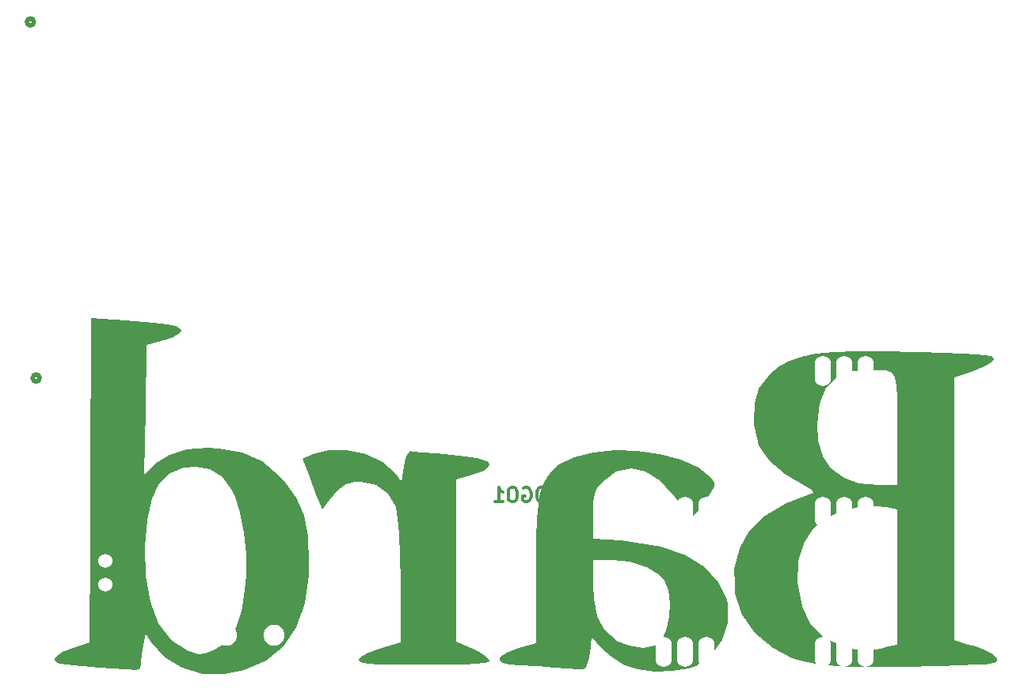
<source format=gbo>
G04 #@! TF.GenerationSoftware,KiCad,Pcbnew,7.0.7*
G04 #@! TF.CreationDate,2024-05-31T20:17:08-04:00*
G04 #@! TF.ProjectId,HVHF_IIB,48564846-5f49-4494-922e-6b696361645f,rev?*
G04 #@! TF.SameCoordinates,Original*
G04 #@! TF.FileFunction,Legend,Bot*
G04 #@! TF.FilePolarity,Positive*
%FSLAX46Y46*%
G04 Gerber Fmt 4.6, Leading zero omitted, Abs format (unit mm)*
G04 Created by KiCad (PCBNEW 7.0.7) date 2024-05-31 20:17:08*
%MOMM*%
%LPD*%
G01*
G04 APERTURE LIST*
%ADD10C,0.300000*%
%ADD11C,0.508000*%
%ADD12O,1.728000X3.252000*%
%ADD13C,1.498600*%
%ADD14C,2.304000*%
%ADD15C,2.454000*%
%ADD16C,2.250000*%
%ADD17R,1.524000X1.524000*%
%ADD18C,1.524000*%
%ADD19C,1.320800*%
%ADD20R,1.320800X1.320800*%
%ADD21C,2.413000*%
G04 APERTURE END LIST*
D10*
X169571428Y-117678328D02*
X170285714Y-117678328D01*
X170285714Y-117678328D02*
X170285714Y-116178328D01*
X168785713Y-116178328D02*
X168499999Y-116178328D01*
X168499999Y-116178328D02*
X168357142Y-116249757D01*
X168357142Y-116249757D02*
X168214285Y-116392614D01*
X168214285Y-116392614D02*
X168142856Y-116678328D01*
X168142856Y-116678328D02*
X168142856Y-117178328D01*
X168142856Y-117178328D02*
X168214285Y-117464042D01*
X168214285Y-117464042D02*
X168357142Y-117606900D01*
X168357142Y-117606900D02*
X168499999Y-117678328D01*
X168499999Y-117678328D02*
X168785713Y-117678328D01*
X168785713Y-117678328D02*
X168928571Y-117606900D01*
X168928571Y-117606900D02*
X169071428Y-117464042D01*
X169071428Y-117464042D02*
X169142856Y-117178328D01*
X169142856Y-117178328D02*
X169142856Y-116678328D01*
X169142856Y-116678328D02*
X169071428Y-116392614D01*
X169071428Y-116392614D02*
X168928571Y-116249757D01*
X168928571Y-116249757D02*
X168785713Y-116178328D01*
X166714284Y-116249757D02*
X166857142Y-116178328D01*
X166857142Y-116178328D02*
X167071427Y-116178328D01*
X167071427Y-116178328D02*
X167285713Y-116249757D01*
X167285713Y-116249757D02*
X167428570Y-116392614D01*
X167428570Y-116392614D02*
X167499999Y-116535471D01*
X167499999Y-116535471D02*
X167571427Y-116821185D01*
X167571427Y-116821185D02*
X167571427Y-117035471D01*
X167571427Y-117035471D02*
X167499999Y-117321185D01*
X167499999Y-117321185D02*
X167428570Y-117464042D01*
X167428570Y-117464042D02*
X167285713Y-117606900D01*
X167285713Y-117606900D02*
X167071427Y-117678328D01*
X167071427Y-117678328D02*
X166928570Y-117678328D01*
X166928570Y-117678328D02*
X166714284Y-117606900D01*
X166714284Y-117606900D02*
X166642856Y-117535471D01*
X166642856Y-117535471D02*
X166642856Y-117035471D01*
X166642856Y-117035471D02*
X166928570Y-117035471D01*
X165714284Y-116178328D02*
X165428570Y-116178328D01*
X165428570Y-116178328D02*
X165285713Y-116249757D01*
X165285713Y-116249757D02*
X165142856Y-116392614D01*
X165142856Y-116392614D02*
X165071427Y-116678328D01*
X165071427Y-116678328D02*
X165071427Y-117178328D01*
X165071427Y-117178328D02*
X165142856Y-117464042D01*
X165142856Y-117464042D02*
X165285713Y-117606900D01*
X165285713Y-117606900D02*
X165428570Y-117678328D01*
X165428570Y-117678328D02*
X165714284Y-117678328D01*
X165714284Y-117678328D02*
X165857142Y-117606900D01*
X165857142Y-117606900D02*
X165999999Y-117464042D01*
X165999999Y-117464042D02*
X166071427Y-117178328D01*
X166071427Y-117178328D02*
X166071427Y-116678328D01*
X166071427Y-116678328D02*
X165999999Y-116392614D01*
X165999999Y-116392614D02*
X165857142Y-116249757D01*
X165857142Y-116249757D02*
X165714284Y-116178328D01*
X163642855Y-117678328D02*
X164499998Y-117678328D01*
X164071427Y-117678328D02*
X164071427Y-116178328D01*
X164071427Y-116178328D02*
X164214284Y-116392614D01*
X164214284Y-116392614D02*
X164357141Y-116535471D01*
X164357141Y-116535471D02*
X164499998Y-116606900D01*
D11*
X115001600Y-104440700D02*
G75*
G03*
X115001600Y-104440700I-381000J0D01*
G01*
X114381000Y-66332299D02*
G75*
G03*
X114381000Y-66332299I-381000J0D01*
G01*
G36*
X147877582Y-112156753D02*
G01*
X149875654Y-112606921D01*
X151651535Y-113454543D01*
X152989585Y-114648665D01*
X153714407Y-115583291D01*
X153958387Y-113933074D01*
X154052120Y-113425872D01*
X154311537Y-112606310D01*
X154587967Y-112282857D01*
X154986906Y-112309862D01*
X155972376Y-112397911D01*
X157369736Y-112532581D01*
X159019178Y-112698868D01*
X160435966Y-112853489D01*
X161754781Y-113036738D01*
X162557543Y-113223143D01*
X162956723Y-113441059D01*
X163064789Y-113718842D01*
X163012964Y-113933673D01*
X162468426Y-114380988D01*
X161276057Y-114787792D01*
X159487324Y-115252779D01*
X159487324Y-123947927D01*
X159487324Y-132643076D01*
X161276057Y-133397059D01*
X161977477Y-133732667D01*
X162760300Y-134242685D01*
X163064789Y-134646950D01*
X163064647Y-134654150D01*
X162933129Y-134827944D01*
X162499295Y-134956971D01*
X161680542Y-135047105D01*
X160394265Y-135104215D01*
X158557863Y-135134175D01*
X156088733Y-135142857D01*
X155174938Y-135142084D01*
X152959366Y-135129016D01*
X151342101Y-135094659D01*
X150235971Y-135032373D01*
X149553804Y-134935519D01*
X149208430Y-134797459D01*
X149112677Y-134611553D01*
X149246053Y-134356715D01*
X149996252Y-133897149D01*
X151348592Y-133410006D01*
X153584508Y-132739764D01*
X153565681Y-126230596D01*
X153533416Y-123540130D01*
X153442308Y-121140592D01*
X153294783Y-119406257D01*
X153092600Y-118366389D01*
X153061997Y-118277407D01*
X152215822Y-116776009D01*
X150960924Y-115861428D01*
X149332741Y-115560112D01*
X148723660Y-115585637D01*
X147738789Y-115817037D01*
X146905906Y-116406199D01*
X145980389Y-117494258D01*
X145190258Y-118532802D01*
X144795820Y-117494258D01*
X144662966Y-117144088D01*
X144230315Y-116001519D01*
X143760129Y-114757702D01*
X143118876Y-113059690D01*
X144237608Y-112580560D01*
X145872962Y-112154997D01*
X147877582Y-112156753D01*
G37*
G36*
X143350395Y-128597886D02*
G01*
X142458671Y-131116212D01*
X141084804Y-133125106D01*
X139214464Y-134648193D01*
X136833324Y-135709098D01*
X134788415Y-136131808D01*
X132427140Y-136082567D01*
X130240786Y-135479408D01*
X128361668Y-134361588D01*
X126922100Y-132768368D01*
X126315535Y-131830504D01*
X126087345Y-132987752D01*
X125930647Y-134006942D01*
X125859155Y-134962214D01*
X125856523Y-135111458D01*
X125736103Y-135541461D01*
X125294666Y-135691641D01*
X124338733Y-135649450D01*
X124114161Y-135630648D01*
X122895178Y-135534536D01*
X121318978Y-135416181D01*
X119668298Y-135296925D01*
X119371881Y-135275500D01*
X117942403Y-135145339D01*
X117088558Y-134994345D01*
X116690268Y-134791236D01*
X116627453Y-134504727D01*
X116786146Y-134257609D01*
X117479980Y-133777779D01*
X118525353Y-133328418D01*
X120314085Y-132721758D01*
X120368921Y-122489277D01*
X126284784Y-122489277D01*
X126337388Y-125594986D01*
X126803771Y-128456263D01*
X127697088Y-130739615D01*
X129016480Y-132442918D01*
X130761090Y-133564050D01*
X131288217Y-133782812D01*
X132018182Y-133995613D01*
X132649021Y-133917292D01*
X133550705Y-133545373D01*
X134313559Y-133140754D01*
X135292849Y-132291550D01*
X136014607Y-131093156D01*
X136545124Y-129420879D01*
X136950691Y-127150025D01*
X137081255Y-125575269D01*
X137053451Y-123294813D01*
X136829850Y-120966032D01*
X136437254Y-118843775D01*
X135902465Y-117182885D01*
X135578849Y-116514477D01*
X134521705Y-115032166D01*
X133229970Y-114185189D01*
X131627981Y-113915715D01*
X130360939Y-114033758D01*
X128919334Y-114608163D01*
X127817416Y-115698395D01*
X127028685Y-117346976D01*
X126526642Y-119596430D01*
X126284784Y-122489277D01*
X120368921Y-122489277D01*
X120407019Y-115380101D01*
X120499953Y-98038444D01*
X124163357Y-98284668D01*
X125185809Y-98356070D01*
X127200085Y-98523625D01*
X128618951Y-98695584D01*
X129527310Y-98887691D01*
X130010063Y-99115695D01*
X130152113Y-99395339D01*
X129994693Y-99622543D01*
X129312610Y-100012690D01*
X128273944Y-100382442D01*
X126395775Y-100912113D01*
X126298713Y-107838864D01*
X126201650Y-114765615D01*
X127310670Y-113714836D01*
X127391673Y-113639423D01*
X128852803Y-112660710D01*
X130692950Y-112101439D01*
X133038590Y-111922024D01*
X134143432Y-111957200D01*
X136633303Y-112393080D01*
X138767497Y-113370185D01*
X140685331Y-114943563D01*
X141189844Y-115484401D01*
X142429848Y-117199374D01*
X143245561Y-119118671D01*
X143689949Y-121398831D01*
X143815975Y-124196395D01*
X143774304Y-125546505D01*
X143770308Y-125575269D01*
X143350395Y-128597886D01*
G37*
G36*
X188546209Y-128623255D02*
G01*
X188564222Y-130602675D01*
X187959267Y-132472568D01*
X186802586Y-134078464D01*
X185165419Y-135265895D01*
X184317469Y-135567890D01*
X182665572Y-135821268D01*
X180802311Y-135839111D01*
X179005642Y-135624532D01*
X177553522Y-135180644D01*
X177351262Y-135079684D01*
X176115303Y-134281221D01*
X175049296Y-133346161D01*
X173976057Y-132183667D01*
X173797184Y-133935405D01*
X173694861Y-134693226D01*
X173452744Y-135435469D01*
X173081691Y-135624004D01*
X172578912Y-135582876D01*
X171502735Y-135509775D01*
X170029333Y-135416889D01*
X168322346Y-135314848D01*
X168127280Y-135303401D01*
X166376982Y-135186677D01*
X165221013Y-135067883D01*
X164548755Y-134924339D01*
X164249587Y-134733364D01*
X164212889Y-134472277D01*
X164302151Y-134284606D01*
X164976433Y-133793988D01*
X166199698Y-133334706D01*
X168073240Y-132793690D01*
X168073240Y-125248048D01*
X168074667Y-124214976D01*
X168077837Y-123894286D01*
X174154930Y-123894286D01*
X174155486Y-126525000D01*
X174223857Y-128063522D01*
X174614738Y-129952539D01*
X175397230Y-131391563D01*
X176622624Y-132504910D01*
X176670469Y-132536722D01*
X178021539Y-133113962D01*
X179539424Y-133313091D01*
X180870204Y-133085714D01*
X181475830Y-132540355D01*
X181978383Y-131453715D01*
X182289958Y-130057654D01*
X182382582Y-128562168D01*
X182228280Y-127177252D01*
X181799078Y-126112901D01*
X181280777Y-125540282D01*
X179919272Y-124686868D01*
X178164628Y-124115124D01*
X176211972Y-123902255D01*
X174154930Y-123894286D01*
X168077837Y-123894286D01*
X168100880Y-121562885D01*
X168172663Y-119497756D01*
X168306308Y-117915842D01*
X168518105Y-116713398D01*
X168824348Y-115786676D01*
X169241327Y-115031931D01*
X169785335Y-114345417D01*
X170504013Y-113716635D01*
X172143021Y-112901290D01*
X174192979Y-112384317D01*
X176505752Y-112158681D01*
X178933201Y-112217351D01*
X181327189Y-112553295D01*
X183539581Y-113159479D01*
X185422238Y-114028871D01*
X186827025Y-115154439D01*
X186897629Y-115234482D01*
X187167227Y-115633861D01*
X187158316Y-116054474D01*
X186817639Y-116680452D01*
X186091940Y-117695923D01*
X185420163Y-118571841D01*
X184824106Y-119271689D01*
X184510639Y-119540000D01*
X184249708Y-119297607D01*
X183879473Y-118633514D01*
X183579659Y-118114671D01*
X182871043Y-117140733D01*
X181996295Y-116102912D01*
X181367618Y-115476451D01*
X179793379Y-114436949D01*
X178204927Y-114098198D01*
X176651498Y-114464272D01*
X175182330Y-115539242D01*
X175162651Y-115559237D01*
X174619043Y-116185815D01*
X174315545Y-116826036D01*
X174183669Y-117716973D01*
X174154930Y-119095700D01*
X174154930Y-121610080D01*
X177154603Y-121843947D01*
X178269767Y-121952289D01*
X181412373Y-122531783D01*
X184037936Y-123462711D01*
X186109580Y-124724450D01*
X187590427Y-126296374D01*
X188443601Y-128157857D01*
X188532741Y-128562168D01*
X188546209Y-128623255D01*
G37*
G36*
X212791550Y-118411801D02*
G01*
X212791550Y-132463126D01*
X214298009Y-132951888D01*
X215026405Y-133188212D01*
X215885331Y-133496735D01*
X216948292Y-134031415D01*
X217376380Y-134519604D01*
X217384557Y-134642856D01*
X217271000Y-134831384D01*
X216909764Y-134970778D01*
X216207292Y-135072068D01*
X215070025Y-135146286D01*
X213404406Y-135204462D01*
X211116876Y-135257627D01*
X210938314Y-135261296D01*
X207405445Y-135322586D01*
X204498418Y-135345059D01*
X202132267Y-135324100D01*
X200222027Y-135255095D01*
X198682730Y-135133430D01*
X197429412Y-134954491D01*
X196377106Y-134713663D01*
X195440846Y-134406333D01*
X193351688Y-133350976D01*
X191463470Y-131739447D01*
X190114465Y-129758672D01*
X189360377Y-127493137D01*
X189312553Y-126353393D01*
X196049337Y-126353393D01*
X196505675Y-128832367D01*
X196532716Y-128922834D01*
X197446393Y-130840548D01*
X198869112Y-132250700D01*
X200815324Y-133167827D01*
X201385517Y-133331382D01*
X203127863Y-133643485D01*
X204384508Y-133513093D01*
X204875052Y-133376015D01*
X205726057Y-133171969D01*
X206709860Y-132951888D01*
X206709860Y-125730489D01*
X206709860Y-118509091D01*
X205622214Y-118266791D01*
X204401769Y-118135236D01*
X202520407Y-118298823D01*
X200612173Y-118795590D01*
X198920897Y-119556503D01*
X197690405Y-120512526D01*
X196746413Y-121968064D01*
X196135936Y-124020683D01*
X196049337Y-126353393D01*
X189312553Y-126353393D01*
X189256912Y-125027329D01*
X189271168Y-124886633D01*
X189794107Y-122658084D01*
X190865932Y-120766182D01*
X192521252Y-119177172D01*
X194794675Y-117857303D01*
X197720811Y-116772823D01*
X197751901Y-116758049D01*
X197620441Y-116501856D01*
X196979422Y-116036905D01*
X195948170Y-115452100D01*
X194654960Y-114700355D01*
X192951244Y-113278976D01*
X191884572Y-111656400D01*
X191410889Y-109777529D01*
X191380240Y-109380000D01*
X198125837Y-109380000D01*
X198236771Y-111184052D01*
X198705481Y-112879340D01*
X199597232Y-114142662D01*
X200972282Y-115095000D01*
X202512343Y-115675495D01*
X204639184Y-115911429D01*
X206709860Y-115911429D01*
X206709860Y-109963108D01*
X206711378Y-108369065D01*
X206697304Y-106500456D01*
X206620895Y-105192095D01*
X206434099Y-104344562D01*
X206088863Y-103858435D01*
X205537134Y-103634294D01*
X204730861Y-103572718D01*
X203621990Y-103574286D01*
X201903319Y-103727251D01*
X200223472Y-104359069D01*
X199046307Y-105498740D01*
X198353277Y-107165854D01*
X198125837Y-109380000D01*
X191380240Y-109380000D01*
X191362878Y-109154805D01*
X191427048Y-107137601D01*
X191909969Y-105555727D01*
X192849972Y-104262282D01*
X193171023Y-103949506D01*
X194096452Y-103201942D01*
X195145841Y-102613360D01*
X196403318Y-102169919D01*
X197953014Y-101857780D01*
X199879059Y-101663102D01*
X202265582Y-101572043D01*
X205196715Y-101570764D01*
X208756586Y-101645424D01*
X209041179Y-101653344D01*
X211665904Y-101732682D01*
X213662431Y-101809727D01*
X215110421Y-101891985D01*
X216089534Y-101986966D01*
X216679430Y-102102177D01*
X216959771Y-102245127D01*
X217010216Y-102423322D01*
X216753805Y-102736193D01*
X215967715Y-103207843D01*
X214848592Y-103665170D01*
X212791550Y-104360476D01*
X212791550Y-108369065D01*
X212791550Y-118411801D01*
G37*
%LPC*%
D12*
X186286000Y-88730000D03*
X184000000Y-88730000D03*
X181714000Y-88730000D03*
D13*
X114620600Y-108608400D03*
X114620600Y-112108401D03*
D14*
X218840000Y-111000000D03*
D15*
X216290000Y-113550000D03*
X221390000Y-113550000D03*
X216290000Y-108450000D03*
X221390000Y-108450000D03*
D12*
X168286000Y-103730000D03*
X166000000Y-103730000D03*
X163714000Y-103730000D03*
X186286000Y-103730000D03*
X184000000Y-103730000D03*
X181714000Y-103730000D03*
X186286000Y-118730000D03*
X184000000Y-118730000D03*
X181714000Y-118730000D03*
X203286000Y-88730000D03*
X201000000Y-88730000D03*
X198714000Y-88730000D03*
X186286000Y-133730000D03*
X184000000Y-133730000D03*
X181714000Y-133730000D03*
X203286000Y-133730000D03*
X201000000Y-133730000D03*
X198714000Y-133730000D03*
D16*
X140040000Y-131960000D03*
X134960000Y-131960000D03*
X137500000Y-139580000D03*
D12*
X203286000Y-118730000D03*
X201000000Y-118730000D03*
X198714000Y-118730000D03*
D16*
X113000000Y-87000000D03*
X173000000Y-87000000D03*
D17*
X130000000Y-69000000D03*
D18*
X130000000Y-74003800D03*
D19*
X166000000Y-126920000D03*
X166000000Y-129460000D03*
D20*
X166000000Y-132000000D03*
D12*
X203286000Y-103730000D03*
X201000000Y-103730000D03*
X198714000Y-103730000D03*
D13*
X114000000Y-70499999D03*
X114000000Y-74000000D03*
D18*
X122000000Y-124000000D03*
X122000000Y-126540000D03*
D21*
X116919891Y-129080000D03*
X116919891Y-118920000D03*
D12*
X151286000Y-103730000D03*
X149000000Y-103730000D03*
X146714000Y-103730000D03*
%LPD*%
M02*

</source>
